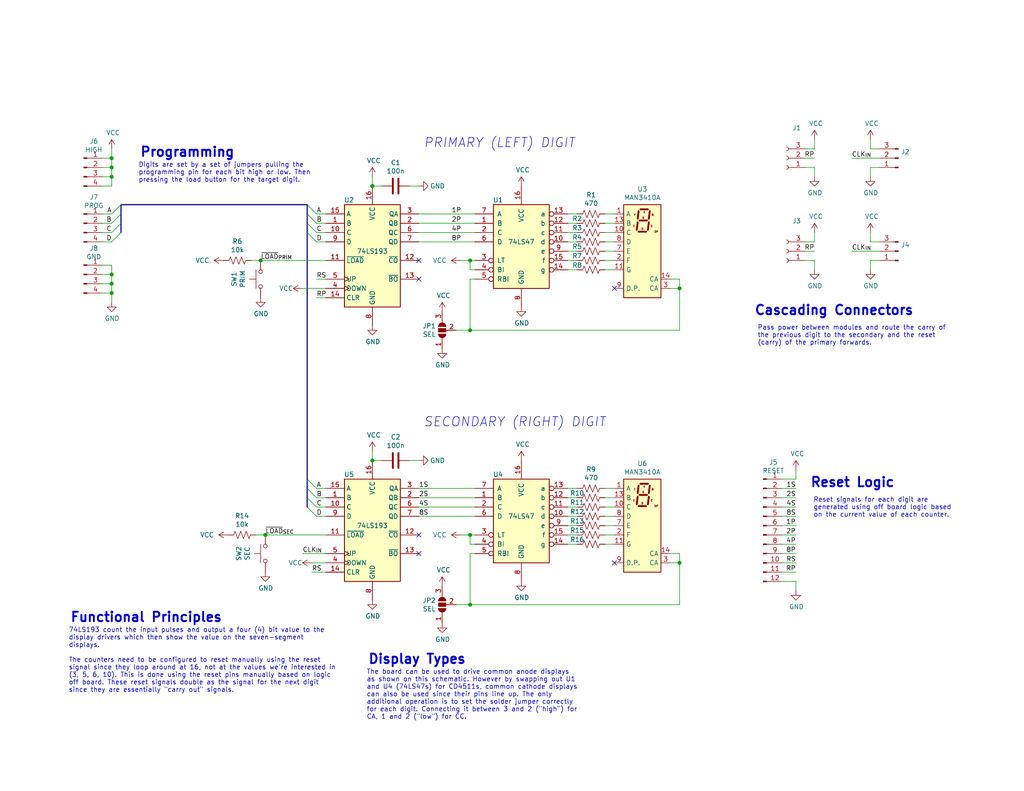
<source format=kicad_sch>
(kicad_sch (version 20230121) (generator eeschema)
  (paper "USLetter")
  (title_block (title "Clock Display Board") (date "2024-01-03") (rev "2") (company "Savo Bajic") (comment 2 "Can be used with CC displays by swapping U1/4 for CD4511s") (comment 3 "Recives signal and power via J2/J4 and outputs to J1/J3") (comment 4 "Hardware only clock display module"))
  (lib_symbols
    (symbol "74xx:74LS193"
      (property "Reference" "U" (at -7.62 13.97 0))
      (property "Value" "74LS193" (at 5.08 13.97 0))
      (symbol "74LS193_1_0"
        (pin input line (at -12.7 7.62 0) (length 5.08) (name "B") (number "1"))
        (pin input line (at -12.7 5.08 0) (length 5.08) (name "C") (number "10"))
        (pin input line (at -12.7 -2.54 0) (length 5.08) (name "~{LOAD}") (number "11"))
        (pin output line (at 12.7 -2.54 180) (length 5.08) (name "~{CO}") (number "12"))
        (pin output line (at 12.7 -7.62 180) (length 5.08) (name "~{BO}") (number "13"))
        (pin input line (at -12.7 -12.7 0) (length 5.08) (name "CLR") (number "14"))
        (pin input line (at -12.7 10.16 0) (length 5.08) (name "A") (number "15"))
        (pin power_in line (at 0 17.78 270) (length 5.08) (name "VCC") (number "16"))
        (pin output line (at 12.7 7.62 180) (length 5.08) (name "QB") (number "2"))
        (pin output line (at 12.7 10.16 180) (length 5.08) (name "QA") (number "3"))
        (pin input clock (at -12.7 -10.16 0) (length 5.08) (name "DOWN") (number "4"))
        (pin input clock (at -12.7 -7.62 0) (length 5.08) (name "UP") (number "5"))
        (pin output line (at 12.7 5.08 180) (length 5.08) (name "QC") (number "6"))
        (pin output line (at 12.7 2.54 180) (length 5.08) (name "QD") (number "7"))
        (pin power_in line (at 0 -20.32 90) (length 5.08) (name "GND") (number "8"))
        (pin input line (at -12.7 2.54 0) (length 5.08) (name "D") (number "9"))
      )
      (symbol "74LS193_1_1"
        (rectangle (start -7.62 12.7) (end 7.62 -15.24) (stroke (width 0.254)) (fill (type background)))
      )
    )
    (symbol "74xx:74LS47" (pin_names (offset 1.016))
      (property "Reference" "U" (at -7.62 11.43 0))
      (property "Value" "74LS47" (at -7.62 -13.97 0))
      (symbol "74LS47_1_0"
        (pin input line (at -12.7 5.08 0) (length 5.08) (name "B") (number "1"))
        (pin open_collector inverted (at 12.7 0 180) (length 5.08) (name "d") (number "10"))
        (pin open_collector inverted (at 12.7 2.54 180) (length 5.08) (name "c") (number "11"))
        (pin open_collector inverted (at 12.7 5.08 180) (length 5.08) (name "b") (number "12"))
        (pin open_collector inverted (at 12.7 7.62 180) (length 5.08) (name "a") (number "13"))
        (pin open_collector inverted (at 12.7 -7.62 180) (length 5.08) (name "g") (number "14"))
        (pin open_collector inverted (at 12.7 -5.08 180) (length 5.08) (name "f") (number "15"))
        (pin power_in line (at 0 15.24 270) (length 5.08) (name "VCC") (number "16"))
        (pin input line (at -12.7 2.54 0) (length 5.08) (name "C") (number "2"))
        (pin input inverted (at -12.7 -5.08 0) (length 5.08) (name "LT") (number "3"))
        (pin input inverted (at -12.7 -7.62 0) (length 5.08) (name "BI") (number "4"))
        (pin input inverted (at -12.7 -10.16 0) (length 5.08) (name "RBI") (number "5"))
        (pin input line (at -12.7 0 0) (length 5.08) (name "D") (number "6"))
        (pin input line (at -12.7 7.62 0) (length 5.08) (name "A") (number "7"))
        (pin power_in line (at 0 -17.78 90) (length 5.08) (name "GND") (number "8"))
        (pin open_collector inverted (at 12.7 -2.54 180) (length 5.08) (name "e") (number "9"))
      )
      (symbol "74LS47_1_1"
        (rectangle (start -7.62 10.16) (end 7.62 -12.7) (stroke (width 0.254)) (fill (type background)))
      )
    )
    (symbol "Connector:Conn_01x03_Female" (pin_names (offset 1.016) hide)
      (property "Reference" "J" (at 0 5.08 0))
      (property "Value" "Conn_01x03_Female" (at 0 -5.08 0))
      (symbol "Conn_01x03_Female_1_1"
        (arc (start 0 -2.032) (mid -0.5058 -2.54) (end 0 -3.048) (stroke (width 0.1524)))
        (polyline (pts (xy -1.27 -2.54) (xy -0.508 -2.54)) (stroke (width 0.1524)))
        (polyline (pts (xy -1.27 0) (xy -0.508 0)) (stroke (width 0.1524)))
        (polyline (pts (xy -1.27 2.54) (xy -0.508 2.54)) (stroke (width 0.1524)))
        (arc (start 0 0.508) (mid -0.5058 0) (end 0 -0.508) (stroke (width 0.1524)))
        (arc (start 0 3.048) (mid -0.5058 2.54) (end 0 2.032) (stroke (width 0.1524)))
        (pin passive line (at -5.08 2.54 0) (length 3.81) (name "Pin_1") (number "1"))
        (pin passive line (at -5.08 0 0) (length 3.81) (name "Pin_2") (number "2"))
        (pin passive line (at -5.08 -2.54 0) (length 3.81) (name "Pin_3") (number "3"))
      )
    )
    (symbol "Connector:Conn_01x03_Male" (pin_names (offset 1.016) hide)
      (property "Reference" "J" (at 0 5.08 0))
      (property "Value" "Conn_01x03_Male" (at 0 -5.08 0))
      (symbol "Conn_01x03_Male_1_1"
        (polyline (pts (xy 1.27 -2.54) (xy 0.8636 -2.54)) (stroke (width 0.1524)))
        (polyline (pts (xy 1.27 0) (xy 0.8636 0)) (stroke (width 0.1524)))
        (polyline (pts (xy 1.27 2.54) (xy 0.8636 2.54)) (stroke (width 0.1524)))
        (rectangle (start 0.8636 -2.413) (end 0 -2.667) (stroke (width 0.1524)) (fill (type outline)))
        (rectangle (start 0.8636 0.127) (end 0 -0.127) (stroke (width 0.1524)) (fill (type outline)))
        (rectangle (start 0.8636 2.667) (end 0 2.413) (stroke (width 0.1524)) (fill (type outline)))
        (pin passive line (at 5.08 2.54 180) (length 3.81) (name "Pin_1") (number "1"))
        (pin passive line (at 5.08 0 180) (length 3.81) (name "Pin_2") (number "2"))
        (pin passive line (at 5.08 -2.54 180) (length 3.81) (name "Pin_3") (number "3"))
      )
    )
    (symbol "Connector:Conn_01x04_Male" (pin_names (offset 1.016) hide)
      (property "Reference" "J" (at 0 5.08 0))
      (property "Value" "Conn_01x04_Male" (at 0 -7.62 0))
      (symbol "Conn_01x04_Male_1_1"
        (polyline (pts (xy 1.27 -5.08) (xy 0.8636 -5.08)) (stroke (width 0.1524)))
        (polyline (pts (xy 1.27 -2.54) (xy 0.8636 -2.54)) (stroke (width 0.1524)))
        (polyline (pts (xy 1.27 0) (xy 0.8636 0)) (stroke (width 0.1524)))
        (polyline (pts (xy 1.27 2.54) (xy 0.8636 2.54)) (stroke (width 0.1524)))
        (rectangle (start 0.8636 -4.953) (end 0 -5.207) (stroke (width 0.1524)) (fill (type outline)))
        (rectangle (start 0.8636 -2.413) (end 0 -2.667) (stroke (width 0.1524)) (fill (type outline)))
        (rectangle (start 0.8636 0.127) (end 0 -0.127) (stroke (width 0.1524)) (fill (type outline)))
        (rectangle (start 0.8636 2.667) (end 0 2.413) (stroke (width 0.1524)) (fill (type outline)))
        (pin passive line (at 5.08 2.54 180) (length 3.81) (name "Pin_1") (number "1"))
        (pin passive line (at 5.08 0 180) (length 3.81) (name "Pin_2") (number "2"))
        (pin passive line (at 5.08 -2.54 180) (length 3.81) (name "Pin_3") (number "3"))
        (pin passive line (at 5.08 -5.08 180) (length 3.81) (name "Pin_4") (number "4"))
      )
    )
    (symbol "Connector:Conn_01x12_Male" (pin_names (offset 1.016) hide)
      (property "Reference" "J" (at 0 15.24 0))
      (property "Value" "Conn_01x12_Male" (at 0 -17.78 0))
      (symbol "Conn_01x12_Male_1_1"
        (polyline (pts (xy 1.27 -15.24) (xy 0.8636 -15.24)) (stroke (width 0.1524)))
        (polyline (pts (xy 1.27 -12.7) (xy 0.8636 -12.7)) (stroke (width 0.1524)))
        (polyline (pts (xy 1.27 -10.16) (xy 0.8636 -10.16)) (stroke (width 0.1524)))
        (polyline (pts (xy 1.27 -7.62) (xy 0.8636 -7.62)) (stroke (width 0.1524)))
        (polyline (pts (xy 1.27 -5.08) (xy 0.8636 -5.08)) (stroke (width 0.1524)))
        (polyline (pts (xy 1.27 -2.54) (xy 0.8636 -2.54)) (stroke (width 0.1524)))
        (polyline (pts (xy 1.27 0) (xy 0.8636 0)) (stroke (width 0.1524)))
        (polyline (pts (xy 1.27 2.54) (xy 0.8636 2.54)) (stroke (width 0.1524)))
        (polyline (pts (xy 1.27 5.08) (xy 0.8636 5.08)) (stroke (width 0.1524)))
        (polyline (pts (xy 1.27 7.62) (xy 0.8636 7.62)) (stroke (width 0.1524)))
        (polyline (pts (xy 1.27 10.16) (xy 0.8636 10.16)) (stroke (width 0.1524)))
        (polyline (pts (xy 1.27 12.7) (xy 0.8636 12.7)) (stroke (width 0.1524)))
        (rectangle (start 0.8636 -15.113) (end 0 -15.367) (stroke (width 0.1524)) (fill (type outline)))
        (rectangle (start 0.8636 -12.573) (end 0 -12.827) (stroke (width 0.1524)) (fill (type outline)))
        (rectangle (start 0.8636 -10.033) (end 0 -10.287) (stroke (width 0.1524)) (fill (type outline)))
        (rectangle (start 0.8636 -7.493) (end 0 -7.747) (stroke (width 0.1524)) (fill (type outline)))
        (rectangle (start 0.8636 -4.953) (end 0 -5.207) (stroke (width 0.1524)) (fill (type outline)))
        (rectangle (start 0.8636 -2.413) (end 0 -2.667) (stroke (width 0.1524)) (fill (type outline)))
        (rectangle (start 0.8636 0.127) (end 0 -0.127) (stroke (width 0.1524)) (fill (type outline)))
        (rectangle (start 0.8636 2.667) (end 0 2.413) (stroke (width 0.1524)) (fill (type outline)))
        (rectangle (start 0.8636 5.207) (end 0 4.953) (stroke (width 0.1524)) (fill (type outline)))
        (rectangle (start 0.8636 7.747) (end 0 7.493) (stroke (width 0.1524)) (fill (type outline)))
        (rectangle (start 0.8636 10.287) (end 0 10.033) (stroke (width 0.1524)) (fill (type outline)))
        (rectangle (start 0.8636 12.827) (end 0 12.573) (stroke (width 0.1524)) (fill (type outline)))
        (pin passive line (at 5.08 12.7 180) (length 3.81) (name "Pin_1") (number "1"))
        (pin passive line (at 5.08 -10.16 180) (length 3.81) (name "Pin_10") (number "10"))
        (pin passive line (at 5.08 -12.7 180) (length 3.81) (name "Pin_11") (number "11"))
        (pin passive line (at 5.08 -15.24 180) (length 3.81) (name "Pin_12") (number "12"))
        (pin passive line (at 5.08 10.16 180) (length 3.81) (name "Pin_2") (number "2"))
        (pin passive line (at 5.08 7.62 180) (length 3.81) (name "Pin_3") (number "3"))
        (pin passive line (at 5.08 5.08 180) (length 3.81) (name "Pin_4") (number "4"))
        (pin passive line (at 5.08 2.54 180) (length 3.81) (name "Pin_5") (number "5"))
        (pin passive line (at 5.08 0 180) (length 3.81) (name "Pin_6") (number "6"))
        (pin passive line (at 5.08 -2.54 180) (length 3.81) (name "Pin_7") (number "7"))
        (pin passive line (at 5.08 -5.08 180) (length 3.81) (name "Pin_8") (number "8"))
        (pin passive line (at 5.08 -7.62 180) (length 3.81) (name "Pin_9") (number "9"))
      )
    )
    (symbol "Device:C" (pin_numbers hide) (pin_names (offset 0.254))
      (property "Reference" "C" (at 0.635 2.54 0))
      (property "Value" "C" (at 0.635 -2.54 0))
      (symbol "C_0_1"
        (polyline (pts (xy -2.032 -0.762) (xy 2.032 -0.762)) (stroke (width 0.508)))
        (polyline (pts (xy -2.032 0.762) (xy 2.032 0.762)) (stroke (width 0.508)))
      )
      (symbol "C_1_1"
        (pin passive line (at 0 3.81 270) (length 2.794) (name "~") (number "1"))
        (pin passive line (at 0 -3.81 90) (length 2.794) (name "~") (number "2"))
      )
    )
    (symbol "Device:R_US" (pin_numbers hide) (pin_names (offset 0))
      (property "Reference" "R" (at 2.54 0 90))
      (property "Value" "R_US" (at -2.54 0 90))
      (symbol "R_US_0_1"
        (polyline (pts (xy 0 -2.286) (xy 0 -2.54)))
        (polyline (pts (xy 0 2.286) (xy 0 2.54)))
        (polyline (pts (xy 0 -0.762) (xy 1.016 -1.143) (xy 0 -1.524) (xy -1.016 -1.905) (xy 0 -2.286)))
        (polyline (pts (xy 0 0.762) (xy 1.016 0.381) (xy 0 0) (xy -1.016 -0.381) (xy 0 -0.762)))
        (polyline (pts (xy 0 2.286) (xy 1.016 1.905) (xy 0 1.524) (xy -1.016 1.143) (xy 0 0.762)))
      )
      (symbol "R_US_1_1"
        (pin passive line (at 0 3.81 270) (length 1.27) (name "~") (number "1"))
        (pin passive line (at 0 -3.81 90) (length 1.27) (name "~") (number "2"))
      )
    )
    (symbol "Display_Character:MAN3410A" (pin_names (offset 0.635))
      (property "Reference" "U" (at -2.54 13.97 0))
      (property "Value" "MAN3410A" (at 5.08 -14.224 0))
      (symbol "MAN3410A_0_0"
        (text "A" (at 0.508 10.668 0) (effects (font (size 0.508 0.508))))
        (text "B" (at 2.794 9.906 0) (effects (font (size 0.508 0.508))))
        (text "C" (at 2.54 6.858 0) (effects (font (size 0.508 0.508))))
        (text "D" (at 0 6.096 0) (effects (font (size 0.508 0.508))))
        (text "DP" (at 3.81 5.334 0) (effects (font (size 0.508 0.508))))
        (text "E" (at -2.286 6.858 0) (effects (font (size 0.508 0.508))))
        (text "F" (at -2.032 9.906 0) (effects (font (size 0.508 0.508))))
        (text "G" (at 0.254 9.144 0) (effects (font (size 0.508 0.508))))
      )
      (symbol "MAN3410A_0_1"
        (rectangle (start -5.08 12.7) (end 5.08 -12.7) (stroke (width 0.254)) (fill (type background)))
        (polyline (pts (xy -1.27 7.874) (xy -1.524 5.842)) (stroke (width 0.508)))
        (polyline (pts (xy -1.016 5.334) (xy 1.016 5.334)) (stroke (width 0.508)))
        (polyline (pts (xy -1.016 10.922) (xy -1.27 8.89)) (stroke (width 0.508)))
        (polyline (pts (xy -0.762 8.382) (xy 1.27 8.382)) (stroke (width 0.508)))
        (polyline (pts (xy -0.508 11.43) (xy 1.524 11.43)) (stroke (width 0.508)))
        (polyline (pts (xy 1.778 7.874) (xy 1.524 5.842)) (stroke (width 0.508)))
        (polyline (pts (xy 2.032 10.922) (xy 1.778 8.89)) (stroke (width 0.508)))
        (polyline (pts (xy 2.794 5.334) (xy 2.794 5.334)) (stroke (width 0.508)))
      )
      (symbol "MAN3410A_1_1"
        (pin input line (at -7.62 10.16 0) (length 2.54) (name "A") (number "1"))
        (pin input line (at -7.62 5.08 0) (length 2.54) (name "C") (number "10"))
        (pin input line (at -7.62 -5.08 0) (length 2.54) (name "G") (number "11"))
        (pin no_connect line (at 7.62 -5.08 180) (length 2.54) hide (name "NC") (number "12"))
        (pin input line (at -7.62 7.62 0) (length 2.54) (name "B") (number "13"))
        (pin input line (at 7.62 -7.62 180) (length 2.54) (name "CA") (number "14"))
        (pin input line (at -7.62 -2.54 0) (length 2.54) (name "F") (number "2"))
        (pin input line (at 7.62 -10.16 180) (length 2.54) (name "CA") (number "3"))
        (pin no_connect line (at 7.62 2.54 180) (length 2.54) hide (name "NC") (number "4"))
        (pin no_connect line (at 7.62 0 180) (length 2.54) hide (name "NC") (number "5"))
        (pin no_connect line (at 7.62 -2.54 180) (length 2.54) hide (name "NC") (number "6"))
        (pin input line (at -7.62 0 0) (length 2.54) (name "E") (number "7"))
        (pin input line (at -7.62 2.54 0) (length 2.54) (name "D") (number "8"))
        (pin input line (at -7.62 -10.16 0) (length 2.54) (name "D.P.") (number "9"))
      )
    )
    (symbol "Jumper:SolderJumper_3_Open" (pin_names (offset 0) hide)
      (property "Reference" "JP" (at -2.54 -2.54 0))
      (property "Value" "SolderJumper_3_Open" (at 0 2.794 0))
      (symbol "SolderJumper_3_Open_0_1"
        (arc (start -1.016 1.016) (mid -2.0276 0) (end -1.016 -1.016))
        (arc (start -1.016 1.016) (mid -2.0276 0) (end -1.016 -1.016) (fill (type outline)))
        (rectangle (start -0.508 1.016) (end 0.508 -1.016) (fill (type outline)))
        (polyline (pts (xy -2.54 0) (xy -2.032 0)))
        (polyline (pts (xy -1.016 1.016) (xy -1.016 -1.016)))
        (polyline (pts (xy 0 -1.27) (xy 0 -1.016)))
        (polyline (pts (xy 1.016 1.016) (xy 1.016 -1.016)))
        (polyline (pts (xy 2.54 0) (xy 2.032 0)))
        (arc (start 1.016 -1.016) (mid 2.0276 0) (end 1.016 1.016))
        (arc (start 1.016 -1.016) (mid 2.0276 0) (end 1.016 1.016) (fill (type outline)))
      )
      (symbol "SolderJumper_3_Open_1_1"
        (pin passive line (at -5.08 0 0) (length 2.54) (name "A") (number "1"))
        (pin input line (at 0 -3.81 90) (length 2.54) (name "C") (number "2"))
        (pin passive line (at 5.08 0 180) (length 2.54) (name "B") (number "3"))
      )
    )
    (symbol "Switch:SW_Push" (pin_numbers hide) (pin_names (offset 1.016) hide)
      (property "Reference" "SW" (at 1.27 2.54 0))
      (property "Value" "SW_Push" (at 0 -1.524 0))
      (symbol "SW_Push_0_1"
        (circle (center -2.032 0) (radius 0.508))
        (polyline (pts (xy 0 1.27) (xy 0 3.048)))
        (polyline (pts (xy 2.54 1.27) (xy -2.54 1.27)))
        (circle (center 2.032 0) (radius 0.508))
        (pin passive line (at -5.08 0 0) (length 2.54) (name "1") (number "1"))
        (pin passive line (at 5.08 0 180) (length 2.54) (name "2") (number "2"))
      )
    )
    (symbol "power:GND" (power) (pin_names (offset 0))
      (property "Value" "GND" (at 0 -3.81 0))
      (symbol "GND_0_1"
        (polyline (pts (xy 0 0) (xy 0 -1.27) (xy 1.27 -1.27) (xy 0 -2.54) (xy -1.27 -1.27) (xy 0 -1.27)))
      )
      (symbol "GND_1_1"
        (pin power_in line (at 0 0 270) (length 0) hide (name "GND") (number "1"))
      )
    )
    (symbol "power:VCC" (power) (pin_names (offset 0))
      (property "Value" "VCC" (at 0 3.81 0))
      (symbol "VCC_0_1"
        (polyline (pts (xy -0.762 1.27) (xy 0 2.54)))
        (polyline (pts (xy 0 0) (xy 0 2.54)))
        (polyline (pts (xy 0 2.54) (xy 0.762 1.27)))
      )
      (symbol "VCC_1_1"
        (pin power_in line (at 0 0 90) (length 0) hide (name "VCC") (number "1"))
      )
    )
  )
  (junction (at 30.48 80.01))
  (junction (at 30.48 48.26))
  (junction (at 30.48 43.18))
  (junction (at 72.39 146.05))
  (junction (at 30.48 77.47))
  (junction (at 185.42 153.67))
  (junction (at 30.48 74.93))
  (junction (at 128.27 165.1))
  (junction (at 71.12 71.12))
  (junction (at 101.6 125.73))
  (junction (at 101.6 50.8))
  (junction (at 128.27 90.17))
  (junction (at 30.48 45.72))
  (junction (at 128.27 146.05))
  (junction (at 185.42 78.74))
  (junction (at 128.27 71.12))
  (no_connect (at 114.3 71.12))
  (no_connect (at 167.64 153.67))
  (no_connect (at 114.3 146.05))
  (no_connect (at 167.64 78.74))
  (no_connect (at 114.3 76.2))
  (no_connect (at 114.3 151.13))
  (bus_entry (at 83.82 58.42) (size 2.54 2.54))
  (bus_entry (at 30.48 63.5) (size 2.54 -2.54))
  (bus_entry (at 83.82 63.5) (size 2.54 2.54))
  (bus_entry (at 30.48 60.96) (size 2.54 -2.54))
  (bus_entry (at 83.82 130.81) (size 2.54 2.54))
  (bus_entry (at 83.82 60.96) (size 2.54 2.54))
  (bus_entry (at 83.82 133.35) (size 2.54 2.54))
  (bus_entry (at 30.48 66.04) (size 2.54 -2.54))
  (bus_entry (at 83.82 135.89) (size 2.54 2.54))
  (bus_entry (at 30.48 58.42) (size 2.54 -2.54))
  (bus_entry (at 83.82 55.88) (size 2.54 2.54))
  (bus_entry (at 83.82 138.43) (size 2.54 2.54))
  (wire (pts (xy 27.94 45.72) (xy 30.48 45.72)))
  (wire (pts (xy 213.36 158.75) (xy 217.17 158.75)))
  (wire (pts (xy 128.27 76.2) (xy 128.27 90.17)))
  (wire (pts (xy 232.41 43.18) (xy 240.03 43.18)))
  (wire (pts (xy 213.36 130.81) (xy 217.17 130.81)))
  (wire (pts (xy 68.58 71.12) (xy 71.12 71.12)))
  (wire (pts (xy 125.73 71.12) (xy 128.27 71.12)))
  (wire (pts (xy 222.25 66.04) (xy 219.71 66.04)))
  (wire (pts (xy 217.17 161.29) (xy 217.17 158.75)))
  (wire (pts (xy 154.94 68.58) (xy 157.48 68.58)))
  (wire (pts (xy 217.17 130.81) (xy 217.17 128.27)))
  (wire (pts (xy 82.55 78.74) (xy 88.9 78.74)))
  (wire (pts (xy 27.94 58.42) (xy 30.48 58.42)))
  (wire (pts (xy 128.27 151.13) (xy 128.27 165.1)))
  (wire (pts (xy 222.25 45.72) (xy 222.25 48.26)))
  (wire (pts (xy 114.3 133.35) (xy 129.54 133.35)))
  (wire (pts (xy 128.27 165.1) (xy 185.42 165.1)))
  (wire (pts (xy 165.1 140.97) (xy 167.64 140.97)))
  (wire (pts (xy 182.88 151.13) (xy 185.42 151.13)))
  (wire (pts (xy 232.41 68.58) (xy 240.03 68.58)))
  (wire (pts (xy 213.36 151.13) (xy 217.17 151.13)))
  (wire (pts (xy 128.27 90.17) (xy 185.42 90.17)))
  (wire (pts (xy 30.48 80.01) (xy 30.48 82.55)))
  (wire (pts (xy 182.88 76.2) (xy 185.42 76.2)))
  (wire (pts (xy 30.48 74.93) (xy 30.48 77.47)))
  (wire (pts (xy 165.1 146.05) (xy 167.64 146.05)))
  (wire (pts (xy 69.85 146.05) (xy 72.39 146.05)))
  (wire (pts (xy 154.94 60.96) (xy 157.48 60.96)))
  (wire (pts (xy 237.49 73.66) (xy 237.49 71.12)))
  (wire (pts (xy 114.3 125.73) (xy 111.76 125.73)))
  (wire (pts (xy 165.1 58.42) (xy 167.64 58.42)))
  (wire (pts (xy 213.36 143.51) (xy 217.17 143.51)))
  (wire (pts (xy 157.48 135.89) (xy 154.94 135.89)))
  (wire (pts (xy 104.14 50.8) (xy 101.6 50.8)))
  (wire (pts (xy 86.36 138.43) (xy 88.9 138.43)))
  (wire (pts (xy 185.42 153.67) (xy 182.88 153.67)))
  (wire (pts (xy 165.1 143.51) (xy 167.64 143.51)))
  (wire (pts (xy 86.36 60.96) (xy 88.9 60.96)))
  (wire (pts (xy 165.1 60.96) (xy 167.64 60.96)))
  (wire (pts (xy 219.71 40.64) (xy 222.25 40.64)))
  (wire (pts (xy 30.48 43.18) (xy 30.48 40.64)))
  (wire (pts (xy 157.48 143.51) (xy 154.94 143.51)))
  (wire (pts (xy 213.36 135.89) (xy 217.17 135.89)))
  (wire (pts (xy 237.49 48.26) (xy 237.49 45.72)))
  (wire (pts (xy 128.27 146.05) (xy 129.54 146.05)))
  (wire (pts (xy 86.36 140.97) (xy 88.9 140.97)))
  (wire (pts (xy 185.42 165.1) (xy 185.42 153.67)))
  (wire (pts (xy 27.94 60.96) (xy 30.48 60.96)))
  (wire (pts (xy 157.48 148.59) (xy 154.94 148.59)))
  (wire (pts (xy 213.36 148.59) (xy 217.17 148.59)))
  (wire (pts (xy 27.94 72.39) (xy 30.48 72.39)))
  (wire (pts (xy 86.36 135.89) (xy 88.9 135.89)))
  (wire (pts (xy 114.3 60.96) (xy 129.54 60.96)))
  (wire (pts (xy 128.27 73.66) (xy 129.54 73.66)))
  (bus (pts (xy 83.82 63.5) (xy 83.82 130.81)))
  (wire (pts (xy 154.94 73.66) (xy 157.48 73.66)))
  (wire (pts (xy 124.46 90.17) (xy 128.27 90.17)))
  (bus (pts (xy 83.82 130.81) (xy 83.82 133.35)))
  (wire (pts (xy 86.36 58.42) (xy 88.9 58.42)))
  (wire (pts (xy 185.42 78.74) (xy 185.42 76.2)))
  (wire (pts (xy 27.94 77.47) (xy 30.48 77.47)))
  (wire (pts (xy 165.1 73.66) (xy 167.64 73.66)))
  (wire (pts (xy 30.48 77.47) (xy 30.48 80.01)))
  (wire (pts (xy 30.48 45.72) (xy 30.48 43.18)))
  (wire (pts (xy 185.42 90.17) (xy 185.42 78.74)))
  (wire (pts (xy 72.39 146.05) (xy 88.9 146.05)))
  (wire (pts (xy 128.27 148.59) (xy 129.54 148.59)))
  (wire (pts (xy 125.73 146.05) (xy 128.27 146.05)))
  (wire (pts (xy 213.36 138.43) (xy 217.17 138.43)))
  (wire (pts (xy 71.12 71.12) (xy 88.9 71.12)))
  (wire (pts (xy 114.3 140.97) (xy 129.54 140.97)))
  (wire (pts (xy 27.94 80.01) (xy 30.48 80.01)))
  (bus (pts (xy 83.82 135.89) (xy 83.82 138.43)))
  (wire (pts (xy 86.36 81.28) (xy 88.9 81.28)))
  (bus (pts (xy 33.02 55.88) (xy 83.82 55.88)))
  (wire (pts (xy 165.1 133.35) (xy 167.64 133.35)))
  (wire (pts (xy 165.1 138.43) (xy 167.64 138.43)))
  (wire (pts (xy 182.88 78.74) (xy 185.42 78.74)))
  (wire (pts (xy 114.3 63.5) (xy 129.54 63.5)))
  (wire (pts (xy 111.76 50.8) (xy 114.3 50.8)))
  (wire (pts (xy 124.46 165.1) (xy 128.27 165.1)))
  (wire (pts (xy 27.94 63.5) (xy 30.48 63.5)))
  (wire (pts (xy 114.3 66.04) (xy 129.54 66.04)))
  (bus (pts (xy 33.02 60.96) (xy 33.02 63.5)))
  (wire (pts (xy 165.1 148.59) (xy 167.64 148.59)))
  (wire (pts (xy 30.48 50.8) (xy 30.48 48.26)))
  (wire (pts (xy 157.48 146.05) (xy 154.94 146.05)))
  (bus (pts (xy 83.82 55.88) (xy 83.82 58.42)))
  (wire (pts (xy 154.94 63.5) (xy 157.48 63.5)))
  (wire (pts (xy 165.1 66.04) (xy 167.64 66.04)))
  (wire (pts (xy 222.25 40.64) (xy 222.25 38.1)))
  (wire (pts (xy 86.36 63.5) (xy 88.9 63.5)))
  (wire (pts (xy 114.3 58.42) (xy 129.54 58.42)))
  (bus (pts (xy 33.02 58.42) (xy 33.02 60.96)))
  (bus (pts (xy 83.82 58.42) (xy 83.82 60.96)))
  (bus (pts (xy 33.02 55.88) (xy 33.02 58.42)))
  (wire (pts (xy 237.49 45.72) (xy 240.03 45.72)))
  (wire (pts (xy 154.94 66.04) (xy 157.48 66.04)))
  (wire (pts (xy 237.49 71.12) (xy 240.03 71.12)))
  (wire (pts (xy 128.27 76.2) (xy 129.54 76.2)))
  (wire (pts (xy 157.48 140.97) (xy 154.94 140.97)))
  (wire (pts (xy 27.94 66.04) (xy 30.48 66.04)))
  (wire (pts (xy 154.94 58.42) (xy 157.48 58.42)))
  (wire (pts (xy 114.3 138.43) (xy 129.54 138.43)))
  (wire (pts (xy 165.1 68.58) (xy 167.64 68.58)))
  (wire (pts (xy 213.36 140.97) (xy 217.17 140.97)))
  (bus (pts (xy 83.82 133.35) (xy 83.82 135.89)))
  (wire (pts (xy 237.49 63.5) (xy 237.49 66.04)))
  (wire (pts (xy 85.09 156.21) (xy 88.9 156.21)))
  (wire (pts (xy 114.3 135.89) (xy 129.54 135.89)))
  (wire (pts (xy 237.49 66.04) (xy 240.03 66.04)))
  (wire (pts (xy 27.94 48.26) (xy 30.48 48.26)))
  (wire (pts (xy 101.6 123.19) (xy 101.6 125.73)))
  (wire (pts (xy 27.94 43.18) (xy 30.48 43.18)))
  (wire (pts (xy 128.27 151.13) (xy 129.54 151.13)))
  (wire (pts (xy 82.55 151.13) (xy 88.9 151.13)))
  (wire (pts (xy 85.09 153.67) (xy 88.9 153.67)))
  (wire (pts (xy 222.25 71.12) (xy 222.25 73.66)))
  (bus (pts (xy 83.82 60.96) (xy 83.82 63.5)))
  (wire (pts (xy 165.1 135.89) (xy 167.64 135.89)))
  (wire (pts (xy 222.25 63.5) (xy 222.25 66.04)))
  (wire (pts (xy 154.94 71.12) (xy 157.48 71.12)))
  (wire (pts (xy 101.6 50.8) (xy 101.6 48.26)))
  (wire (pts (xy 86.36 76.2) (xy 88.9 76.2)))
  (wire (pts (xy 104.14 125.73) (xy 101.6 125.73)))
  (wire (pts (xy 157.48 133.35) (xy 154.94 133.35)))
  (wire (pts (xy 157.48 138.43) (xy 154.94 138.43)))
  (wire (pts (xy 213.36 153.67) (xy 217.17 153.67)))
  (wire (pts (xy 213.36 156.21) (xy 217.17 156.21)))
  (wire (pts (xy 237.49 40.64) (xy 240.03 40.64)))
  (wire (pts (xy 165.1 71.12) (xy 167.64 71.12)))
  (wire (pts (xy 185.42 151.13) (xy 185.42 153.67)))
  (wire (pts (xy 237.49 38.1) (xy 237.49 40.64)))
  (wire (pts (xy 30.48 48.26) (xy 30.48 45.72)))
  (wire (pts (xy 213.36 133.35) (xy 217.17 133.35)))
  (wire (pts (xy 128.27 146.05) (xy 128.27 148.59)))
  (wire (pts (xy 30.48 72.39) (xy 30.48 74.93)))
  (wire (pts (xy 86.36 66.04) (xy 88.9 66.04)))
  (wire (pts (xy 27.94 50.8) (xy 30.48 50.8)))
  (wire (pts (xy 128.27 71.12) (xy 128.27 73.66)))
  (wire (pts (xy 219.71 45.72) (xy 222.25 45.72)))
  (wire (pts (xy 222.25 43.18) (xy 219.71 43.18)))
  (wire (pts (xy 86.36 133.35) (xy 88.9 133.35)))
  (wire (pts (xy 213.36 146.05) (xy 217.17 146.05)))
  (wire (pts (xy 165.1 63.5) (xy 167.64 63.5)))
  (wire (pts (xy 27.94 74.93) (xy 30.48 74.93)))
  (wire (pts (xy 219.71 68.58) (xy 222.25 68.58)))
  (wire (pts (xy 128.27 71.12) (xy 129.54 71.12)))
  (wire (pts (xy 219.71 71.12) (xy 222.25 71.12)))
  (text_box "Reset signals for each digit are generated using off board logic based on the current value of each counter." (at 220.98 134.62 0) (size 41.91 13.97) (stroke (width -0.0001)) (effects (font (size 1.27 1.27)) (justify left top)))
  (text_box "Pass power between modules and route the carry of the previous digit to the secondary and the reset (carry) of the primary forwards." (at 205.74 87.63 0) (size 57.15 12.7) (stroke (width -0.0001)) (effects (font (size 1.27 1.27)) (justify left top)))
  (text_box "74LS193 count the input pulses and output a four (4) bit value to the display drivers which then show the value on the seven-segment displays.\n\nThe counters need to be configured to reset manually using the reset signal since they loop around at 16, not at the values we're interested in (3, 5, 6, 10). This is done using the reset pins manually based on logic off board. These reset signals double as the signal for the next digit since they are essentially \"carry out\" signals." (at 17.78 170.18 0) (size 74.93 22.86) (stroke (width -0.0001)) (effects (font (size 1.27 1.27)) (justify left top)))
  (text_box "Digits are set by a set of jumpers pulling the programming pin for each bit high or low. Then pressing the load button for the target digit." (at 36.83 43.18 0) (size 50.8 11.43) (stroke (width -0.0001)) (effects (font (size 1.27 1.27)) (justify left top)))
  (text_box "The board can be used to drive common anode displays as shown on this schematic. However by swapping out U1 and U4 (74LS47s) for CD4511s, common cathode displays can also be used since their pins line up. The only additional operation is to set the solder jumper correctly for each digit. Connecting it between 3 and 2 (\"high\") for CA, 1 and 2 (\"low\") for CC." (at 99.06 181.61 0) (size 59.69 19.05) (stroke (width -0.0001)) (effects (font (size 1.27 1.27)) (justify left top)))
  (text "Functional Principles" (at 19.05 170.18 0) (effects (font (size 2.5654 2.5654) (thickness 0.5131) bold) (justify left bottom)))
  (text "Programming" (at 38.1 43.18 0) (effects (font (size 2.5654 2.5654) (thickness 0.5131) bold) (justify left bottom)))
  (text "PRIMARY (LEFT) DIGIT" (at 115.57 40.64 0) (effects (font (size 2.54 2.54) italic) (justify left bottom)))
  (text "Reset Logic" (at 220.98 133.35 0) (effects (font (size 2.5654 2.5654) (thickness 0.5131) bold) (justify left bottom)))
  (text "SECONDARY (RIGHT) DIGIT" (at 115.57 116.84 0) (effects (font (size 2.54 2.54) italic) (justify left bottom)))
  (text "Display Types" (at 100.33 181.61 0) (effects (font (size 2.5654 2.5654) (thickness 0.5131) bold) (justify left bottom)))
  (text "Cascading Connectors" (at 205.74 86.36 0) (effects (font (size 2.5654 2.5654) (thickness 0.5131) bold) (justify left bottom)))
  (label "CLK_{IN}" (at 232.41 68.58 0))
  (label "C" (at 86.36 63.5 0))
  (label "8S" (at 114.3 140.97 0))
  (label "D" (at 86.36 66.04 0))
  (label "RP" (at 222.25 68.58 180))
  (label "2S" (at 114.3 135.89 0))
  (label "8P" (at 217.17 151.13 180))
  (label "D" (at 30.48 66.04 180))
  (label "2P" (at 217.17 146.05 180))
  (label "RP" (at 86.36 81.28 0))
  (label "2S" (at 217.17 135.89 180))
  (label "C" (at 30.48 63.5 180))
  (label "1S" (at 114.3 133.35 0))
  (label "RP" (at 217.17 156.21 180))
  (label "4P" (at 123.19 63.5 0))
  (label "~{LOAD}_{PRIM}" (at 71.12 71.12 0))
  (label "A" (at 86.36 58.42 0))
  (label "B" (at 86.36 135.89 0))
  (label "B" (at 86.36 60.96 0))
  (label "RS" (at 217.17 153.67 180))
  (label "A" (at 86.36 133.35 0))
  (label "CLK_{IN}" (at 82.55 151.13 0))
  (label "D" (at 86.36 140.97 0))
  (label "RS" (at 85.09 156.21 0))
  (label "RS" (at 86.36 76.2 0))
  (label "4S" (at 114.3 138.43 0))
  (label "RP" (at 222.25 43.18 180))
  (label "8P" (at 123.19 66.04 0))
  (label "A" (at 30.48 58.42 180))
  (label "8S" (at 217.17 140.97 180))
  (label "CLK_{IN}" (at 232.41 43.18 0))
  (label "1P" (at 123.19 58.42 0))
  (label "B" (at 30.48 60.96 180))
  (label "2P" (at 123.19 60.96 0))
  (label "C" (at 86.36 138.43 0))
  (label "1P" (at 217.17 143.51 180))
  (label "4P" (at 217.17 148.59 180))
  (label "~{LOAD}_{SEC}" (at 72.39 146.05 0))
  (label "4S" (at 217.17 138.43 180))
  (label "1S" (at 217.17 133.35 180))
  (symbol (lib_id "Jumper:SolderJumper_3_Open") (at 120.65 165.1 90) (unit 1)
    (property "Reference" "JP2" (at 118.9228 163.9316 90) (effects (justify left)))
    (property "Value" "SEL" (at 118.9228 166.243 90) (effects (justify left)))
    (property "Footprint" "Jumper:SolderJumper-3_P1.3mm_Open_RoundedPad1.0x1.5mm" (effects hide))
  )
  (symbol (lib_id "Device:C") (at 107.95 125.73 90) (unit 1)
    (property "Reference" "C2" (at 107.95 119.3292 90))
    (property "Value" "100n" (at 107.95 121.6406 90))
    (property "Footprint" "Capacitor_THT:C_Disc_D3.8mm_W2.6mm_P2.50mm" (effects hide))
  )
  (symbol (lib_id "Device:C") (at 107.95 50.8 90) (unit 1)
    (property "Reference" "C1" (at 107.95 44.3992 90))
    (property "Value" "100n" (at 107.95 46.7106 90))
    (property "Footprint" "Capacitor_THT:C_Disc_D3.8mm_W2.6mm_P2.50mm" (effects hide))
  )
  (symbol (lib_id "Jumper:SolderJumper_3_Open") (at 120.65 90.17 90) (unit 1)
    (property "Reference" "JP1" (at 118.9482 89.0016 90) (effects (justify left)))
    (property "Value" "SEL" (at 118.9482 91.313 90) (effects (justify left)))
    (property "Footprint" "Jumper:SolderJumper-3_P1.3mm_Open_RoundedPad1.0x1.5mm" (effects hide))
  )
  (symbol (lib_id "power:GND") (at 120.65 95.25 0) (unit 1)
    (property "Reference" "#PWR020" (effects hide))
    (property "Value" "GND" (at 120.777 99.6442 0))
  )
  (symbol (lib_id "Device:R_US") (at 66.04 146.05 270) (unit 1)
    (property "Reference" "R14" (at 66.04 140.843 90))
    (property "Value" "10k" (at 66.04 143.1544 90))
    (property "Footprint" "Resistor_THT:R_Axial_DIN0207_L6.3mm_D2.5mm_P10.16mm_Horizontal" (effects hide))
  )
  (symbol (lib_id "power:GND") (at 120.65 170.18 0) (unit 1)
    (property "Reference" "#PWR033" (effects hide))
    (property "Value" "GND" (at 120.777 174.5742 0))
  )
  (symbol (lib_id "Device:R_US") (at 64.77 71.12 270) (unit 1)
    (property "Reference" "R6" (at 64.77 65.913 90))
    (property "Value" "10k" (at 64.77 68.2244 90))
    (property "Footprint" "Resistor_THT:R_Axial_DIN0207_L6.3mm_D2.5mm_P10.16mm_Horizontal" (effects hide))
  )
  (symbol (lib_id "power:GND") (at 114.3 50.8 90) (unit 1)
    (property "Reference" "#PWR06" (effects hide))
    (property "Value" "GND" (at 119.38 50.8 90))
  )
  (symbol (lib_id "power:GND") (at 114.3 125.73 90) (unit 1)
    (property "Reference" "#PWR022" (effects hide))
    (property "Value" "GND" (at 119.38 125.73 90))
  )
  (symbol (lib_id "power:GND") (at 71.12 81.28 0) (unit 1)
    (property "Reference" "#PWR016" (effects hide))
    (property "Value" "GND" (at 71.247 85.6742 0))
  )
  (symbol (lib_id "power:GND") (at 72.39 156.21 0) (unit 1)
    (property "Reference" "#PWR028" (effects hide))
    (property "Value" "GND" (at 72.517 160.6042 0))
  )
  (symbol (lib_id "Connector:Conn_01x04_Male") (at 22.86 45.72 0) (unit 1)
    (property "Reference" "J6" (at 25.6032 38.5826 0))
    (property "Value" "HIGH" (at 25.6032 40.894 0))
    (property "Footprint" "Connector_PinHeader_2.54mm:PinHeader_1x04_P2.54mm_Vertical" (effects hide))
  )
  (symbol (lib_id "Connector:Conn_01x04_Male") (at 22.86 60.96 0) (unit 1)
    (property "Reference" "J7" (at 25.6032 53.8226 0))
    (property "Value" "PROG" (at 25.6032 56.134 0))
    (property "Footprint" "Connector_PinHeader_2.54mm:PinHeader_1x04_P2.54mm_Vertical" (effects hide))
  )
  (symbol (lib_id "Connector:Conn_01x04_Male") (at 22.86 74.93 0) (unit 1)
    (property "Reference" "J8" (at 25.6032 67.7926 0))
    (property "Value" "GND" (at 25.6032 70.104 0))
    (property "Footprint" "Connector_PinHeader_2.54mm:PinHeader_1x04_P2.54mm_Vertical" (effects hide))
  )
  (symbol (lib_id "power:GND") (at 30.48 82.55 0) (unit 1)
    (property "Reference" "#PWR036" (effects hide))
    (property "Value" "GND" (at 30.607 86.9442 0))
  )
  (symbol (lib_id "power:VCC") (at 30.48 40.64 0) (unit 1)
    (property "Reference" "#PWR035" (effects hide))
    (property "Value" "VCC" (at 30.861 36.2458 0))
  )
  (symbol (lib_id "Connector:Conn_01x03_Male") (at 245.11 43.18 180) (unit 1)
    (property "Reference" "J2" (at 245.8212 41.4528 0) (effects (justify right)))
    (property "Value" "Conn_01x03_Male" (effects hide))
    (property "Footprint" "Connector_PinHeader_2.54mm:PinHeader_1x03_P2.54mm_Horizontal" (effects hide))
  )
  (symbol (lib_id "74xx:74LS47") (at 142.24 140.97 0) (unit 1)
    (property "Reference" "U4" (at 135.89 129.54 0))
    (property "Value" "74LS47" (at 142.24 140.97 0))
    (property "Footprint" "Package_DIP:DIP-16_W7.62mm" (effects hide))
    (property "Datasheet" "http://www.ti.com/lit/gpn/sn74LS47" (effects hide))
  )
  (symbol (lib_id "74xx:74LS193") (at 101.6 143.51 0) (unit 1)
    (property "Reference" "U5" (at 95.25 129.54 0))
    (property "Value" "74LS193" (at 101.6 143.51 0))
    (property "Footprint" "Package_DIP:DIP-16_W7.62mm" (effects hide))
    (property "Datasheet" "http://www.ti.com/lit/ds/symlink/sn74ls193.pdf" (effects hide))
  )
  (symbol (lib_id "Display_Character:MAN3410A") (at 175.26 143.51 0) (unit 1)
    (property "Reference" "U6" (at 175.26 126.5682 0))
    (property "Value" "MAN3410A" (at 175.26 128.8796 0))
    (property "Footprint" "Display_7Segment:MAN3410A" (effects hide))
    (property "Datasheet" "https://www.digchip.com/datasheets/parts/datasheet/161/MAN3640A-pdf.php" (effects hide))
  )
  (symbol (lib_id "Connector:Conn_01x12_Male") (at 208.28 143.51 0) (unit 1)
    (property "Reference" "J5" (at 211.0232 126.2126 0))
    (property "Value" "RESET" (at 211.0232 128.524 0))
    (property "Footprint" "Connector_PinHeader_2.54mm:PinHeader_1x12_P2.54mm_Horizontal" (effects hide))
  )
  (symbol (lib_id "Connector:Conn_01x03_Male") (at 245.11 68.58 180) (unit 1)
    (property "Reference" "J4" (at 245.8212 66.8528 0) (effects (justify right)))
    (property "Value" "Conn_01x03_Male" (effects hide))
    (property "Footprint" "Connector_PinHeader_2.54mm:PinHeader_1x03_P2.54mm_Horizontal" (effects hide))
  )
  (symbol (lib_id "Connector:Conn_01x03_Female") (at 214.63 43.18 180) (unit 1)
    (property "Reference" "J1" (at 217.3732 34.925 0))
    (property "Value" "Conn_01x03_Female" (effects hide))
    (property "Footprint" "Connector_PinSocket_2.54mm:PinSocket_1x03_P2.54mm_Horizontal" (effects hide))
  )
  (symbol (lib_id "Connector:Conn_01x03_Female") (at 214.63 68.58 180) (unit 1)
    (property "Reference" "J3" (at 217.3732 60.325 0))
    (property "Value" "Conn_01x03_Female" (effects hide))
    (property "Footprint" "Connector_PinSocket_2.54mm:PinSocket_1x03_P2.54mm_Horizontal" (effects hide))
  )
  (symbol (lib_id "power:VCC") (at 217.17 128.27 0) (unit 1)
    (property "Reference" "#PWR031" (effects hide))
    (property "Value" "VCC" (at 217.551 123.8758 0))
  )
  (symbol (lib_id "power:GND") (at 217.17 161.29 0) (unit 1)
    (property "Reference" "#PWR034" (effects hide))
    (property "Value" "GND" (at 217.297 165.6842 0))
  )
  (symbol (lib_id "74xx:74LS193") (at 101.6 68.58 0) (unit 1)
    (property "Reference" "U2" (at 95.25 54.61 0))
    (property "Value" "74LS193" (at 101.6 68.58 0))
    (property "Footprint" "Package_DIP:DIP-16_W7.62mm" (effects hide))
    (property "Datasheet" "http://www.ti.com/lit/ds/symlink/sn74ls193.pdf" (effects hide))
  )
  (symbol (lib_id "74xx:74LS47") (at 142.24 66.04 0) (unit 1)
    (property "Reference" "U1" (at 135.89 54.61 0))
    (property "Value" "74LS47" (at 142.24 66.04 0))
    (property "Footprint" "Package_DIP:DIP-16_W7.62mm" (effects hide))
    (property "Datasheet" "http://www.ti.com/lit/gpn/sn74LS47" (effects hide))
  )
  (symbol (lib_id "Display_Character:MAN3410A") (at 175.26 68.58 0) (unit 1)
    (property "Reference" "U3" (at 175.26 51.6382 0))
    (property "Value" "MAN3410A" (at 175.26 53.9496 0))
    (property "Footprint" "Display_7Segment:MAN3410A" (effects hide))
    (property "Datasheet" "https://www.digchip.com/datasheets/parts/datasheet/161/MAN3640A-pdf.php" (effects hide))
  )
  (symbol (lib_id "power:GND") (at 101.6 163.83 0) (unit 1)
    (property "Reference" "#PWR032" (effects hide))
    (property "Value" "GND" (at 101.727 168.2242 0))
  )
  (symbol (lib_id "power:GND") (at 142.24 158.75 0) (unit 1)
    (property "Reference" "#PWR029" (effects hide))
    (property "Value" "GND" (at 142.367 163.1442 0))
  )
  (symbol (lib_id "power:GND") (at 101.6 88.9 0) (unit 1)
    (property "Reference" "#PWR019" (effects hide))
    (property "Value" "GND" (at 101.727 93.2942 0))
  )
  (symbol (lib_id "power:GND") (at 142.24 83.82 0) (unit 1)
    (property "Reference" "#PWR017" (effects hide))
    (property "Value" "GND" (at 142.367 88.2142 0))
  )
  (symbol (lib_id "power:VCC") (at 101.6 48.26 0) (unit 1)
    (property "Reference" "#PWR07" (effects hide))
    (property "Value" "VCC" (at 101.981 43.8658 0))
  )
  (symbol (lib_id "power:VCC") (at 142.24 50.8 0) (unit 1)
    (property "Reference" "#PWR08" (effects hide))
    (property "Value" "VCC" (at 142.621 46.4058 0))
  )
  (symbol (lib_id "power:VCC") (at 120.65 85.09 0) (unit 1)
    (property "Reference" "#PWR018" (effects hide))
    (property "Value" "VCC" (at 121.031 80.6958 0))
  )
  (symbol (lib_id "power:VCC") (at 120.65 160.02 0) (unit 1)
    (property "Reference" "#PWR030" (effects hide))
    (property "Value" "VCC" (at 121.031 155.6258 0))
  )
  (symbol (lib_id "power:VCC") (at 101.6 123.19 0) (unit 1)
    (property "Reference" "#PWR023" (effects hide))
    (property "Value" "VCC" (at 101.981 118.7958 0))
  )
  (symbol (lib_id "power:VCC") (at 142.24 125.73 0) (unit 1)
    (property "Reference" "#PWR024" (effects hide))
    (property "Value" "VCC" (at 142.621 121.3358 0))
  )
  (symbol (lib_id "power:VCC") (at 85.09 153.67 90) (unit 1)
    (property "Reference" "#PWR027" (effects hide))
    (property "Value" "VCC" (at 82.55 153.67 90) (effects (justify left)))
  )
  (symbol (lib_id "power:VCC") (at 82.55 78.74 90) (unit 1)
    (property "Reference" "#PWR015" (effects hide))
    (property "Value" "VCC" (at 80.01 78.74 90) (effects (justify left)))
  )
  (symbol (lib_id "Device:R_US") (at 161.29 133.35 270) (unit 1)
    (property "Reference" "R9" (at 161.29 128.143 90))
    (property "Value" "470" (at 161.29 130.4544 90))
    (property "Footprint" "Resistor_THT:R_Axial_DIN0207_L6.3mm_D2.5mm_P10.16mm_Horizontal" (effects hide))
  )
  (symbol (lib_id "Device:R_US") (at 161.29 135.89 270) (unit 1)
    (property "Reference" "R10" (at 157.48 134.62 90))
    (property "Value" "470" (effects hide))
    (property "Footprint" "Resistor_THT:R_Axial_DIN0207_L6.3mm_D2.5mm_P10.16mm_Horizontal" (effects hide))
  )
  (symbol (lib_id "Device:R_US") (at 161.29 138.43 270) (unit 1)
    (property "Reference" "R11" (at 157.48 137.16 90))
    (property "Value" "470" (effects hide))
    (property "Footprint" "Resistor_THT:R_Axial_DIN0207_L6.3mm_D2.5mm_P10.16mm_Horizontal" (effects hide))
  )
  (symbol (lib_id "Device:R_US") (at 161.29 140.97 270) (unit 1)
    (property "Reference" "R12" (at 157.48 139.7 90))
    (property "Value" "470" (effects hide))
    (property "Footprint" "Resistor_THT:R_Axial_DIN0207_L6.3mm_D2.5mm_P10.16mm_Horizontal" (effects hide))
  )
  (symbol (lib_id "Device:R_US") (at 161.29 143.51 270) (unit 1)
    (property "Reference" "R13" (at 157.48 142.24 90))
    (property "Value" "470" (effects hide))
    (property "Footprint" "Resistor_THT:R_Axial_DIN0207_L6.3mm_D2.5mm_P10.16mm_Horizontal" (effects hide))
  )
  (symbol (lib_id "Device:R_US") (at 161.29 146.05 270) (unit 1)
    (property "Reference" "R15" (at 157.48 144.78 90))
    (property "Value" "470" (effects hide))
    (property "Footprint" "Resistor_THT:R_Axial_DIN0207_L6.3mm_D2.5mm_P10.16mm_Horizontal" (effects hide))
  )
  (symbol (lib_id "Device:R_US") (at 161.29 148.59 270) (unit 1)
    (property "Reference" "R16" (at 157.48 147.32 90))
    (property "Value" "470" (effects hide))
    (property "Footprint" "Resistor_THT:R_Axial_DIN0207_L6.3mm_D2.5mm_P10.16mm_Horizontal" (effects hide))
  )
  (symbol (lib_id "Device:R_US") (at 161.29 58.42 270) (unit 1)
    (property "Reference" "R1" (at 161.29 53.213 90))
    (property "Value" "470" (at 161.29 55.5244 90))
    (property "Footprint" "Resistor_THT:R_Axial_DIN0207_L6.3mm_D2.5mm_P10.16mm_Horizontal" (effects hide))
  )
  (symbol (lib_id "Device:R_US") (at 161.29 60.96 270) (unit 1)
    (property "Reference" "R2" (at 157.48 59.69 90))
    (property "Value" "470" (effects hide))
    (property "Footprint" "Resistor_THT:R_Axial_DIN0207_L6.3mm_D2.5mm_P10.16mm_Horizontal" (effects hide))
  )
  (symbol (lib_id "Device:R_US") (at 161.29 63.5 270) (unit 1)
    (property "Reference" "R3" (at 157.48 62.23 90))
    (property "Value" "470" (effects hide))
    (property "Footprint" "Resistor_THT:R_Axial_DIN0207_L6.3mm_D2.5mm_P10.16mm_Horizontal" (effects hide))
  )
  (symbol (lib_id "Device:R_US") (at 161.29 66.04 270) (unit 1)
    (property "Reference" "R4" (at 157.48 64.77 90))
    (property "Value" "470" (effects hide))
    (property "Footprint" "Resistor_THT:R_Axial_DIN0207_L6.3mm_D2.5mm_P10.16mm_Horizontal" (effects hide))
  )
  (symbol (lib_id "Device:R_US") (at 161.29 68.58 270) (unit 1)
    (property "Reference" "R5" (at 157.48 67.31 90))
    (property "Value" "470" (effects hide))
    (property "Footprint" "Resistor_THT:R_Axial_DIN0207_L6.3mm_D2.5mm_P10.16mm_Horizontal" (effects hide))
  )
  (symbol (lib_id "Device:R_US") (at 161.29 71.12 270) (unit 1)
    (property "Reference" "R7" (at 157.48 69.85 90))
    (property "Value" "470" (effects hide))
    (property "Footprint" "Resistor_THT:R_Axial_DIN0207_L6.3mm_D2.5mm_P10.16mm_Horizontal" (effects hide))
  )
  (symbol (lib_id "Device:R_US") (at 161.29 73.66 270) (unit 1)
    (property "Reference" "R8" (at 157.48 72.39 90))
    (property "Value" "470" (effects hide))
    (property "Footprint" "Resistor_THT:R_Axial_DIN0207_L6.3mm_D2.5mm_P10.16mm_Horizontal" (effects hide))
  )
  (symbol (lib_id "Switch:SW_Push") (at 71.12 76.2 90) (unit 1)
    (property "Reference" "SW1" (at 63.881 76.2 0))
    (property "Value" "PRIM" (at 66.1924 76.2 0))
    (property "Footprint" "Button_Switch_THT:SW_PUSH_6mm_H4.3mm" (effects hide))
  )
  (symbol (lib_id "Switch:SW_Push") (at 72.39 151.13 90) (unit 1)
    (property "Reference" "SW2" (at 65.151 151.13 0))
    (property "Value" "SEC" (at 67.4624 151.13 0))
    (property "Footprint" "Button_Switch_THT:SW_PUSH_6mm_H4.3mm" (effects hide))
  )
  (symbol (lib_id "power:GND") (at 222.25 73.66 0) (unit 1)
    (property "Reference" "#PWR011" (effects hide))
    (property "Value" "GND" (at 222.377 78.0542 0))
  )
  (symbol (lib_id "power:VCC") (at 222.25 63.5 0) (unit 1)
    (property "Reference" "#PWR09" (effects hide))
    (property "Value" "VCC" (at 222.631 59.1058 0))
  )
  (symbol (lib_id "power:VCC") (at 222.25 38.1 0) (unit 1)
    (property "Reference" "#PWR01" (effects hide))
    (property "Value" "VCC" (at 222.631 33.7058 0))
  )
  (symbol (lib_id "power:GND") (at 222.25 48.26 0) (unit 1)
    (property "Reference" "#PWR03" (effects hide))
    (property "Value" "GND" (at 222.377 52.6542 0))
  )
  (symbol (lib_id "power:VCC") (at 237.49 38.1 0) (unit 1)
    (property "Reference" "#PWR02" (effects hide))
    (property "Value" "VCC" (at 237.871 33.7058 0))
  )
  (symbol (lib_id "power:GND") (at 237.49 48.26 0) (unit 1)
    (property "Reference" "#PWR04" (effects hide))
    (property "Value" "GND" (at 237.617 52.6542 0))
  )
  (symbol (lib_id "power:GND") (at 237.49 73.66 0) (unit 1)
    (property "Reference" "#PWR012" (effects hide))
    (property "Value" "GND" (at 237.617 78.0542 0))
  )
  (symbol (lib_id "power:VCC") (at 237.49 63.5 0) (unit 1)
    (property "Reference" "#PWR010" (effects hide))
    (property "Value" "VCC" (at 237.871 59.1058 0))
  )
  (symbol (lib_id "power:VCC") (at 62.23 146.05 90) (unit 1)
    (property "Reference" "#PWR025" (effects hide))
    (property "Value" "VCC" (at 58.42 146.05 90) (effects (justify left)))
  )
  (symbol (lib_id "power:VCC") (at 60.96 71.12 90) (unit 1)
    (property "Reference" "#PWR013" (effects hide))
    (property "Value" "VCC" (at 57.15 71.12 90) (effects (justify left)))
  )
  (symbol (lib_id "power:VCC") (at 125.73 146.05 90) (unit 1)
    (property "Reference" "#PWR026" (effects hide))
    (property "Value" "VCC" (at 121.92 146.05 90) (effects (justify left)))
  )
  (symbol (lib_id "power:VCC") (at 125.73 71.12 90) (unit 1)
    (property "Reference" "#PWR014" (effects hide))
    (property "Value" "VCC" (at 121.92 71.12 90) (effects (justify left)))
  )
)
</source>
